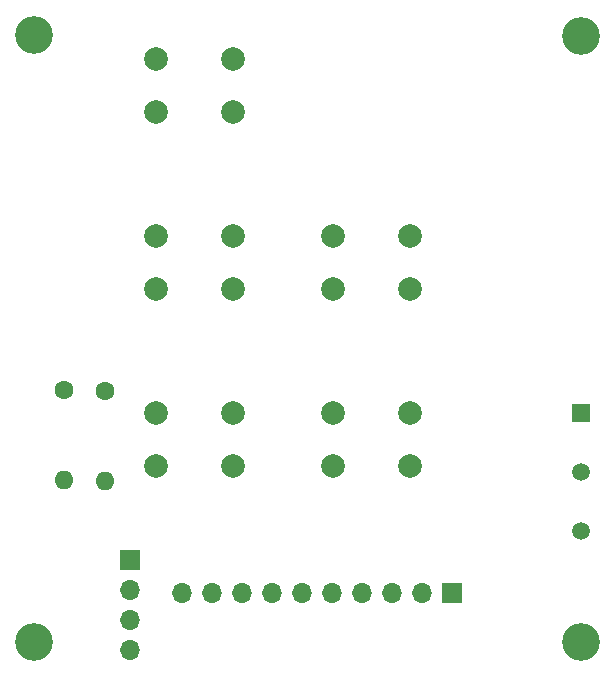
<source format=gbr>
%TF.GenerationSoftware,KiCad,Pcbnew,8.0.7*%
%TF.CreationDate,2025-01-10T14:29:54+01:00*%
%TF.ProjectId,LCD_PCB,4c43445f-5043-4422-9e6b-696361645f70,rev?*%
%TF.SameCoordinates,Original*%
%TF.FileFunction,Soldermask,Bot*%
%TF.FilePolarity,Negative*%
%FSLAX46Y46*%
G04 Gerber Fmt 4.6, Leading zero omitted, Abs format (unit mm)*
G04 Created by KiCad (PCBNEW 8.0.7) date 2025-01-10 14:29:54*
%MOMM*%
%LPD*%
G01*
G04 APERTURE LIST*
%ADD10C,2.000000*%
%ADD11C,1.600000*%
%ADD12O,1.600000X1.600000*%
%ADD13C,3.200000*%
%ADD14R,1.500000X1.500000*%
%ADD15C,1.500000*%
%ADD16R,1.700000X1.700000*%
%ADD17O,1.700000X1.700000*%
G04 APERTURE END LIST*
D10*
%TO.C,SW1*%
X135300000Y-50275000D03*
X128800000Y-50275000D03*
X135300000Y-45775000D03*
X128800000Y-45775000D03*
%TD*%
%TO.C,SW2*%
X135300000Y-80275000D03*
X128800000Y-80275000D03*
X135300000Y-75775000D03*
X128800000Y-75775000D03*
%TD*%
D11*
%TO.C,R1*%
X124460000Y-73875000D03*
D12*
X124460000Y-81495000D03*
%TD*%
D13*
%TO.C,H1*%
X164786649Y-95161649D03*
%TD*%
D11*
%TO.C,R2*%
X121000000Y-73865000D03*
D12*
X121000000Y-81485000D03*
%TD*%
D14*
%TO.C,RV1*%
X164800000Y-75775000D03*
D15*
X164800000Y-80775000D03*
X164800000Y-85775000D03*
%TD*%
D13*
%TO.C,H3*%
X164736649Y-43838351D03*
%TD*%
D10*
%TO.C,SW3*%
X135300000Y-65275000D03*
X128800000Y-65275000D03*
X135300000Y-60775000D03*
X128800000Y-60775000D03*
%TD*%
D13*
%TO.C,H4*%
X118413351Y-43788351D03*
%TD*%
%TO.C,H2*%
X118413351Y-95161649D03*
%TD*%
D10*
%TO.C,SW5*%
X150300000Y-65275000D03*
X143800000Y-65275000D03*
X150300000Y-60775000D03*
X143800000Y-60775000D03*
%TD*%
%TO.C,SW4*%
X150300000Y-80275000D03*
X143800000Y-80275000D03*
X150300000Y-75775000D03*
X143800000Y-75775000D03*
%TD*%
D16*
%TO.C,J1*%
X126600000Y-88225000D03*
D17*
X126600000Y-90765000D03*
X126600000Y-93305000D03*
X126600000Y-95845000D03*
%TD*%
D16*
%TO.C,J2*%
X153880000Y-91025000D03*
D17*
X151340000Y-91025000D03*
X148800000Y-91025000D03*
X146260000Y-91025000D03*
X143720000Y-91025000D03*
X141180000Y-91025000D03*
X138640000Y-91025000D03*
X136100000Y-91025000D03*
X133560000Y-91025000D03*
X131020000Y-91025000D03*
%TD*%
M02*

</source>
